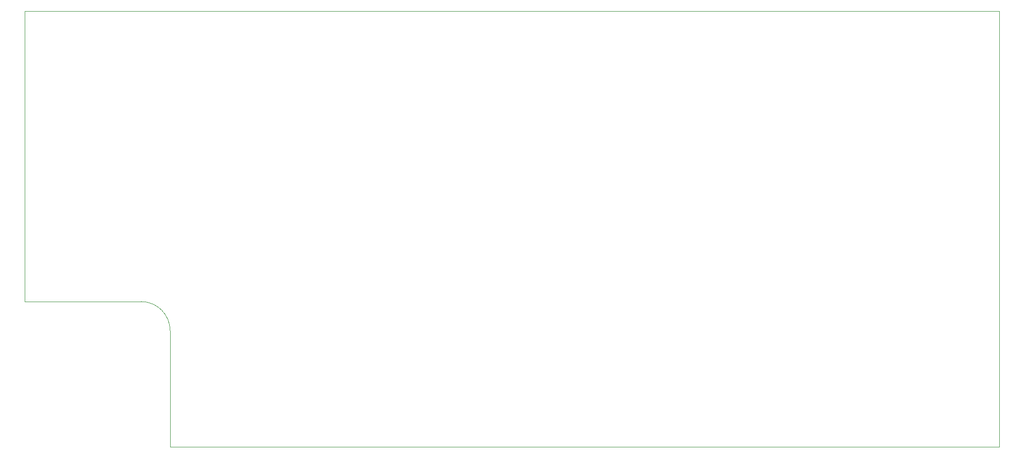
<source format=gm1>
G04 #@! TF.GenerationSoftware,KiCad,Pcbnew,6.0.5+dfsg-1~bpo11+1*
G04 #@! TF.CreationDate,2023-04-15T13:36:49+00:00*
G04 #@! TF.ProjectId,lfo_and_power_supply,6c666f5f-616e-4645-9f70-6f7765725f73,0*
G04 #@! TF.SameCoordinates,Original*
G04 #@! TF.FileFunction,Profile,NP*
%FSLAX46Y46*%
G04 Gerber Fmt 4.6, Leading zero omitted, Abs format (unit mm)*
G04 Created by KiCad (PCBNEW 6.0.5+dfsg-1~bpo11+1) date 2023-04-15 13:36:49*
%MOMM*%
%LPD*%
G01*
G04 APERTURE LIST*
G04 #@! TA.AperFunction,Profile*
%ADD10C,0.100000*%
G04 #@! TD*
G04 APERTURE END LIST*
D10*
X233680000Y-134620000D02*
X88900000Y-134620000D01*
X63500000Y-58420000D02*
X233680000Y-58420000D01*
X63500000Y-109220000D02*
X63500000Y-58420000D01*
X83820000Y-109220000D02*
X63500000Y-109220000D01*
X88900000Y-134620000D02*
X88900000Y-114300000D01*
X88900000Y-114300000D02*
G75*
G03*
X83820000Y-109220000I-5080000J0D01*
G01*
X233680000Y-58420000D02*
X233680000Y-134620000D01*
M02*

</source>
